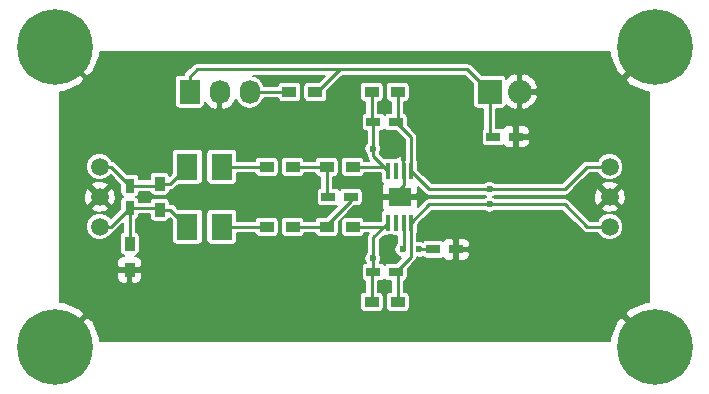
<source format=gbr>
G04 #@! TF.FileFunction,Copper,L1,Top,Signal*
%FSLAX46Y46*%
G04 Gerber Fmt 4.6, Leading zero omitted, Abs format (unit mm)*
G04 Created by KiCad (PCBNEW 4.0.5) date 12/26/17 14:51:36*
%MOMM*%
%LPD*%
G01*
G04 APERTURE LIST*
%ADD10C,0.100000*%
%ADD11R,0.750000X1.200000*%
%ADD12R,1.800000X2.230000*%
%ADD13R,1.200000X0.750000*%
%ADD14R,2.032000X2.032000*%
%ADD15O,2.032000X2.032000*%
%ADD16R,1.727200X2.032000*%
%ADD17O,1.727200X2.032000*%
%ADD18R,0.900000X1.200000*%
%ADD19R,1.200000X0.900000*%
%ADD20R,0.431800X1.422400*%
%ADD21R,1.879600X1.574800*%
%ADD22C,6.400000*%
%ADD23C,1.500000*%
%ADD24C,0.600000*%
%ADD25C,0.250000*%
%ADD26C,0.200000*%
G04 APERTURE END LIST*
D10*
D11*
X143510000Y-75250000D03*
X143510000Y-77150000D03*
D12*
X148400000Y-73660000D03*
X151320000Y-73660000D03*
X148400000Y-78740000D03*
X151320000Y-78740000D03*
D13*
X160340000Y-76200000D03*
X162240000Y-76200000D03*
X166050000Y-69850000D03*
X164150000Y-69850000D03*
X166050000Y-82550000D03*
X164150000Y-82550000D03*
X176210000Y-71120000D03*
X174310000Y-71120000D03*
X169230000Y-80645000D03*
X171130000Y-80645000D03*
D14*
X173990000Y-67310000D03*
D15*
X176530000Y-67310000D03*
D16*
X148590000Y-67310000D03*
D17*
X151130000Y-67310000D03*
X153670000Y-67310000D03*
D18*
X146050000Y-77300000D03*
X146050000Y-75100000D03*
X143510000Y-82380000D03*
X143510000Y-80180000D03*
D19*
X157310000Y-73660000D03*
X155110000Y-73660000D03*
X157310000Y-78740000D03*
X155110000Y-78740000D03*
X162390000Y-73660000D03*
X160190000Y-73660000D03*
X162390000Y-78740000D03*
X160190000Y-78740000D03*
X166200000Y-67310000D03*
X164000000Y-67310000D03*
X166200000Y-85090000D03*
X164000000Y-85090000D03*
X157015000Y-67310000D03*
X159215000Y-67310000D03*
D20*
X165404800Y-78384400D03*
X166039800Y-78384400D03*
X166700200Y-78384400D03*
X167335200Y-78384400D03*
X167335200Y-74015600D03*
X166700200Y-74015600D03*
X166039800Y-74015600D03*
X165404800Y-74015600D03*
D21*
X166370000Y-76200000D03*
D22*
X137160000Y-63500000D03*
X187960000Y-63500000D03*
X137160000Y-88900000D03*
X187960000Y-88900000D03*
D23*
X140970000Y-73660000D03*
X140970000Y-76200000D03*
X140970000Y-78740000D03*
X184150000Y-73660000D03*
X184150000Y-76200000D03*
X184150000Y-78740000D03*
D24*
X173990000Y-75565000D03*
X165608000Y-79629000D03*
X168656000Y-78994000D03*
X140335000Y-66675000D03*
X140335000Y-85725000D03*
X184912000Y-85852000D03*
X184912000Y-66675000D03*
X164084000Y-81407000D03*
X164084000Y-72136000D03*
X173990000Y-76835000D03*
X168021000Y-80645000D03*
X166624000Y-80645000D03*
D25*
X146050000Y-75100000D02*
X146960000Y-75100000D01*
X146960000Y-75100000D02*
X148400000Y-73660000D01*
X143510000Y-75250000D02*
X145900000Y-75250000D01*
X145900000Y-75250000D02*
X146050000Y-75100000D01*
X140970000Y-73660000D02*
X141920000Y-73660000D01*
X141920000Y-73660000D02*
X143510000Y-75250000D01*
X143510000Y-80180000D02*
X143510000Y-77150000D01*
X146050000Y-77300000D02*
X146960000Y-77300000D01*
X146960000Y-77300000D02*
X148400000Y-78740000D01*
X143510000Y-77150000D02*
X145900000Y-77150000D01*
X145900000Y-77150000D02*
X146050000Y-77300000D01*
X140970000Y-78740000D02*
X141920000Y-78740000D01*
X141920000Y-78740000D02*
X143510000Y-77150000D01*
X151320000Y-73660000D02*
X155110000Y-73660000D01*
X151320000Y-78740000D02*
X155110000Y-78740000D01*
X160190000Y-73660000D02*
X160190000Y-76050000D01*
X160190000Y-76050000D02*
X160340000Y-76200000D01*
X157310000Y-73660000D02*
X160190000Y-73660000D01*
X184150000Y-73660000D02*
X182245000Y-73660000D01*
X168884600Y-75565000D02*
X167335200Y-74015600D01*
X180340000Y-75565000D02*
X173990000Y-75565000D01*
X173990000Y-75565000D02*
X168884600Y-75565000D01*
X182245000Y-73660000D02*
X180340000Y-75565000D01*
X167335200Y-74015600D02*
X167335200Y-71135200D01*
X167335200Y-71135200D02*
X166050000Y-69850000D01*
X166200000Y-67310000D02*
X166200000Y-69700000D01*
X166200000Y-69700000D02*
X166050000Y-69850000D01*
X171130000Y-80645000D02*
X171130000Y-79060000D01*
X171064000Y-78994000D02*
X168656000Y-78994000D01*
X171130000Y-79060000D02*
X171064000Y-78994000D01*
X137160000Y-88900000D02*
X140335000Y-85725000D01*
X187960000Y-63500000D02*
X187960000Y-63627000D01*
X187960000Y-63627000D02*
X184912000Y-66675000D01*
X166370000Y-76200000D02*
X166370000Y-75565000D01*
X166370000Y-75565000D02*
X166700200Y-75234800D01*
X166700200Y-75234800D02*
X166700200Y-74015600D01*
X164084000Y-81407000D02*
X164150000Y-81407000D01*
X164000000Y-85090000D02*
X164000000Y-82700000D01*
X164000000Y-82700000D02*
X164150000Y-82550000D01*
X164150000Y-82550000D02*
X164150000Y-81407000D01*
X164150000Y-81407000D02*
X164150000Y-79639200D01*
X164150000Y-79639200D02*
X165404800Y-78384400D01*
X162390000Y-78740000D02*
X165049200Y-78740000D01*
X165049200Y-78740000D02*
X165404800Y-78384400D01*
X162240000Y-76200000D02*
X162240000Y-76520000D01*
X162240000Y-76520000D02*
X160190000Y-78570000D01*
X160190000Y-78570000D02*
X160190000Y-78740000D01*
X157310000Y-78740000D02*
X160190000Y-78740000D01*
X164084000Y-72136000D02*
X164150000Y-72136000D01*
X162390000Y-73660000D02*
X165049200Y-73660000D01*
X165049200Y-73660000D02*
X165404800Y-74015600D01*
X164150000Y-69850000D02*
X164150000Y-72136000D01*
X164150000Y-72136000D02*
X164150000Y-72760800D01*
X164150000Y-72760800D02*
X165404800Y-74015600D01*
X164000000Y-67310000D02*
X164000000Y-69700000D01*
X164000000Y-69700000D02*
X164150000Y-69850000D01*
X184150000Y-78740000D02*
X182245000Y-78740000D01*
X168884600Y-76835000D02*
X167335200Y-78384400D01*
X180340000Y-76835000D02*
X173990000Y-76835000D01*
X173990000Y-76835000D02*
X168884600Y-76835000D01*
X182245000Y-78740000D02*
X180340000Y-76835000D01*
X167335200Y-78384400D02*
X167335200Y-81264800D01*
X167335200Y-81264800D02*
X166050000Y-82550000D01*
X166200000Y-85090000D02*
X166200000Y-82700000D01*
X166200000Y-82700000D02*
X166050000Y-82550000D01*
X148590000Y-67310000D02*
X148590000Y-66040000D01*
X149225000Y-65405000D02*
X161290000Y-65405000D01*
X148590000Y-66040000D02*
X149225000Y-65405000D01*
X159215000Y-67310000D02*
X159385000Y-67310000D01*
X159385000Y-67310000D02*
X161290000Y-65405000D01*
X161290000Y-65405000D02*
X172085000Y-65405000D01*
X172085000Y-65405000D02*
X173990000Y-67310000D01*
X173990000Y-67310000D02*
X173990000Y-70800000D01*
X173990000Y-70800000D02*
X174310000Y-71120000D01*
X169230000Y-80645000D02*
X168021000Y-80645000D01*
X166700200Y-80568800D02*
X166700200Y-78384400D01*
X166624000Y-80645000D02*
X166700200Y-80568800D01*
X153670000Y-67310000D02*
X157015000Y-67310000D01*
D26*
G36*
X184159589Y-64253796D02*
X184737344Y-65650771D01*
X184739689Y-65654282D01*
X185222490Y-66025378D01*
X186132223Y-65115645D01*
X186344355Y-65327777D01*
X185434622Y-66237510D01*
X185805718Y-66720311D01*
X187202062Y-67299587D01*
X187485000Y-67299741D01*
X187485000Y-85099741D01*
X187206204Y-85099589D01*
X185809229Y-85677344D01*
X185805718Y-85679689D01*
X185434622Y-86162490D01*
X186344355Y-87072223D01*
X186132223Y-87284355D01*
X185222490Y-86374622D01*
X184739689Y-86745718D01*
X184160413Y-88142062D01*
X184160259Y-88425000D01*
X140960259Y-88425000D01*
X140960411Y-88146204D01*
X140382656Y-86749229D01*
X140380311Y-86745718D01*
X139897510Y-86374622D01*
X138987777Y-87284355D01*
X138775645Y-87072223D01*
X139685378Y-86162490D01*
X139314282Y-85679689D01*
X137917938Y-85100413D01*
X137635000Y-85100259D01*
X137635000Y-82680000D01*
X142460000Y-82680000D01*
X142460000Y-83099347D01*
X142551344Y-83319872D01*
X142720127Y-83488655D01*
X142940652Y-83580000D01*
X143210000Y-83580000D01*
X143360000Y-83430000D01*
X143360000Y-82530000D01*
X143660000Y-82530000D01*
X143660000Y-83430000D01*
X143810000Y-83580000D01*
X144079348Y-83580000D01*
X144299873Y-83488655D01*
X144468656Y-83319872D01*
X144560000Y-83099347D01*
X144560000Y-82680000D01*
X144410000Y-82530000D01*
X143660000Y-82530000D01*
X143360000Y-82530000D01*
X142610000Y-82530000D01*
X142460000Y-82680000D01*
X137635000Y-82680000D01*
X137635000Y-77166785D01*
X140215347Y-77166785D01*
X140287116Y-77395105D01*
X140796444Y-77565462D01*
X141332196Y-77527939D01*
X141652884Y-77395105D01*
X141724653Y-77166785D01*
X140970000Y-76412132D01*
X140215347Y-77166785D01*
X137635000Y-77166785D01*
X137635000Y-76026444D01*
X139604538Y-76026444D01*
X139642061Y-76562196D01*
X139774895Y-76882884D01*
X140003215Y-76954653D01*
X140757868Y-76200000D01*
X141182132Y-76200000D01*
X141936785Y-76954653D01*
X142165105Y-76882884D01*
X142335462Y-76373556D01*
X142297939Y-75837804D01*
X142165105Y-75517116D01*
X141936785Y-75445347D01*
X141182132Y-76200000D01*
X140757868Y-76200000D01*
X140003215Y-75445347D01*
X139774895Y-75517116D01*
X139604538Y-76026444D01*
X137635000Y-76026444D01*
X137635000Y-75233215D01*
X140215347Y-75233215D01*
X140970000Y-75987868D01*
X141724653Y-75233215D01*
X141652884Y-75004895D01*
X141143556Y-74834538D01*
X140607804Y-74872061D01*
X140287116Y-75004895D01*
X140215347Y-75233215D01*
X137635000Y-75233215D01*
X137635000Y-73887746D01*
X139819801Y-73887746D01*
X139994509Y-74310572D01*
X140317727Y-74634354D01*
X140740247Y-74809800D01*
X141197746Y-74810199D01*
X141620572Y-74635491D01*
X141887033Y-74369495D01*
X142727164Y-75209626D01*
X142727164Y-75850000D01*
X142755056Y-75998231D01*
X142842660Y-76134372D01*
X142939449Y-76200505D01*
X142850628Y-76257660D01*
X142759296Y-76391329D01*
X142727164Y-76550000D01*
X142727164Y-77190374D01*
X141886852Y-78030686D01*
X141622273Y-77765646D01*
X141199753Y-77590200D01*
X140742254Y-77589801D01*
X140319428Y-77764509D01*
X139995646Y-78087727D01*
X139820200Y-78510247D01*
X139819801Y-78967746D01*
X139994509Y-79390572D01*
X140317727Y-79714354D01*
X140740247Y-79889800D01*
X141197746Y-79890199D01*
X141620572Y-79715491D01*
X141944354Y-79392273D01*
X142004153Y-79248261D01*
X142120909Y-79225037D01*
X142291231Y-79111231D01*
X142985000Y-78417462D01*
X142985000Y-79186276D01*
X142911769Y-79200056D01*
X142775628Y-79287660D01*
X142684296Y-79421329D01*
X142652164Y-79580000D01*
X142652164Y-80780000D01*
X142680056Y-80928231D01*
X142767660Y-81064372D01*
X142901329Y-81155704D01*
X143021305Y-81180000D01*
X142940652Y-81180000D01*
X142720127Y-81271345D01*
X142551344Y-81440128D01*
X142460000Y-81660653D01*
X142460000Y-82080000D01*
X142610000Y-82230000D01*
X143360000Y-82230000D01*
X143360000Y-82210000D01*
X143660000Y-82210000D01*
X143660000Y-82230000D01*
X144410000Y-82230000D01*
X144560000Y-82080000D01*
X144560000Y-81660653D01*
X144468656Y-81440128D01*
X144299873Y-81271345D01*
X144079348Y-81180000D01*
X144001644Y-81180000D01*
X144108231Y-81159944D01*
X144244372Y-81072340D01*
X144335704Y-80938671D01*
X144367836Y-80780000D01*
X144367836Y-79580000D01*
X144339944Y-79431769D01*
X144252340Y-79295628D01*
X144118671Y-79204296D01*
X144035000Y-79187352D01*
X144035000Y-78128806D01*
X144169372Y-78042340D01*
X144260704Y-77908671D01*
X144292836Y-77750000D01*
X144292836Y-77675000D01*
X145192164Y-77675000D01*
X145192164Y-77900000D01*
X145220056Y-78048231D01*
X145307660Y-78184372D01*
X145441329Y-78275704D01*
X145600000Y-78307836D01*
X146500000Y-78307836D01*
X146648231Y-78279944D01*
X146784372Y-78192340D01*
X146875704Y-78058671D01*
X146892629Y-77975091D01*
X147092164Y-78174626D01*
X147092164Y-79855000D01*
X147120056Y-80003231D01*
X147207660Y-80139372D01*
X147341329Y-80230704D01*
X147500000Y-80262836D01*
X149300000Y-80262836D01*
X149448231Y-80234944D01*
X149584372Y-80147340D01*
X149675704Y-80013671D01*
X149707836Y-79855000D01*
X149707836Y-77625000D01*
X150012164Y-77625000D01*
X150012164Y-79855000D01*
X150040056Y-80003231D01*
X150127660Y-80139372D01*
X150261329Y-80230704D01*
X150420000Y-80262836D01*
X152220000Y-80262836D01*
X152368231Y-80234944D01*
X152504372Y-80147340D01*
X152595704Y-80013671D01*
X152627836Y-79855000D01*
X152627836Y-79265000D01*
X154116276Y-79265000D01*
X154130056Y-79338231D01*
X154217660Y-79474372D01*
X154351329Y-79565704D01*
X154510000Y-79597836D01*
X155710000Y-79597836D01*
X155858231Y-79569944D01*
X155994372Y-79482340D01*
X156085704Y-79348671D01*
X156117836Y-79190000D01*
X156117836Y-78290000D01*
X156089944Y-78141769D01*
X156002340Y-78005628D01*
X155868671Y-77914296D01*
X155710000Y-77882164D01*
X154510000Y-77882164D01*
X154361769Y-77910056D01*
X154225628Y-77997660D01*
X154134296Y-78131329D01*
X154117352Y-78215000D01*
X152627836Y-78215000D01*
X152627836Y-77625000D01*
X152599944Y-77476769D01*
X152512340Y-77340628D01*
X152378671Y-77249296D01*
X152220000Y-77217164D01*
X150420000Y-77217164D01*
X150271769Y-77245056D01*
X150135628Y-77332660D01*
X150044296Y-77466329D01*
X150012164Y-77625000D01*
X149707836Y-77625000D01*
X149679944Y-77476769D01*
X149592340Y-77340628D01*
X149458671Y-77249296D01*
X149300000Y-77217164D01*
X147619626Y-77217164D01*
X147331231Y-76928769D01*
X147160909Y-76814963D01*
X146960000Y-76775000D01*
X146907836Y-76775000D01*
X146907836Y-76700000D01*
X146879944Y-76551769D01*
X146792340Y-76415628D01*
X146658671Y-76324296D01*
X146500000Y-76292164D01*
X145600000Y-76292164D01*
X145451769Y-76320056D01*
X145315628Y-76407660D01*
X145224296Y-76541329D01*
X145207352Y-76625000D01*
X144292836Y-76625000D01*
X144292836Y-76550000D01*
X144264944Y-76401769D01*
X144177340Y-76265628D01*
X144080551Y-76199495D01*
X144169372Y-76142340D01*
X144260704Y-76008671D01*
X144292836Y-75850000D01*
X144292836Y-75775000D01*
X145206276Y-75775000D01*
X145220056Y-75848231D01*
X145307660Y-75984372D01*
X145441329Y-76075704D01*
X145600000Y-76107836D01*
X146500000Y-76107836D01*
X146648231Y-76079944D01*
X146784372Y-75992340D01*
X146875704Y-75858671D01*
X146907836Y-75700000D01*
X146907836Y-75625000D01*
X146960000Y-75625000D01*
X147160909Y-75585037D01*
X147331231Y-75471231D01*
X147619626Y-75182836D01*
X149300000Y-75182836D01*
X149448231Y-75154944D01*
X149584372Y-75067340D01*
X149675704Y-74933671D01*
X149707836Y-74775000D01*
X149707836Y-72545000D01*
X150012164Y-72545000D01*
X150012164Y-74775000D01*
X150040056Y-74923231D01*
X150127660Y-75059372D01*
X150261329Y-75150704D01*
X150420000Y-75182836D01*
X152220000Y-75182836D01*
X152368231Y-75154944D01*
X152504372Y-75067340D01*
X152595704Y-74933671D01*
X152627836Y-74775000D01*
X152627836Y-74185000D01*
X154116276Y-74185000D01*
X154130056Y-74258231D01*
X154217660Y-74394372D01*
X154351329Y-74485704D01*
X154510000Y-74517836D01*
X155710000Y-74517836D01*
X155858231Y-74489944D01*
X155994372Y-74402340D01*
X156085704Y-74268671D01*
X156117836Y-74110000D01*
X156117836Y-73210000D01*
X156302164Y-73210000D01*
X156302164Y-74110000D01*
X156330056Y-74258231D01*
X156417660Y-74394372D01*
X156551329Y-74485704D01*
X156710000Y-74517836D01*
X157910000Y-74517836D01*
X158058231Y-74489944D01*
X158194372Y-74402340D01*
X158285704Y-74268671D01*
X158302648Y-74185000D01*
X159196276Y-74185000D01*
X159210056Y-74258231D01*
X159297660Y-74394372D01*
X159431329Y-74485704D01*
X159590000Y-74517836D01*
X159665000Y-74517836D01*
X159665000Y-75431276D01*
X159591769Y-75445056D01*
X159455628Y-75532660D01*
X159364296Y-75666329D01*
X159332164Y-75825000D01*
X159332164Y-76575000D01*
X159360056Y-76723231D01*
X159447660Y-76859372D01*
X159581329Y-76950704D01*
X159740000Y-76982836D01*
X160940000Y-76982836D01*
X161056652Y-76960886D01*
X160135374Y-77882164D01*
X159590000Y-77882164D01*
X159441769Y-77910056D01*
X159305628Y-77997660D01*
X159214296Y-78131329D01*
X159197352Y-78215000D01*
X158303724Y-78215000D01*
X158289944Y-78141769D01*
X158202340Y-78005628D01*
X158068671Y-77914296D01*
X157910000Y-77882164D01*
X156710000Y-77882164D01*
X156561769Y-77910056D01*
X156425628Y-77997660D01*
X156334296Y-78131329D01*
X156302164Y-78290000D01*
X156302164Y-79190000D01*
X156330056Y-79338231D01*
X156417660Y-79474372D01*
X156551329Y-79565704D01*
X156710000Y-79597836D01*
X157910000Y-79597836D01*
X158058231Y-79569944D01*
X158194372Y-79482340D01*
X158285704Y-79348671D01*
X158302648Y-79265000D01*
X159196276Y-79265000D01*
X159210056Y-79338231D01*
X159297660Y-79474372D01*
X159431329Y-79565704D01*
X159590000Y-79597836D01*
X160790000Y-79597836D01*
X160938231Y-79569944D01*
X161074372Y-79482340D01*
X161165704Y-79348671D01*
X161197836Y-79190000D01*
X161197836Y-78304626D01*
X162519626Y-76982836D01*
X162840000Y-76982836D01*
X162988231Y-76954944D01*
X163124372Y-76867340D01*
X163215704Y-76733671D01*
X163247836Y-76575000D01*
X163247836Y-75825000D01*
X163219944Y-75676769D01*
X163132340Y-75540628D01*
X162998671Y-75449296D01*
X162840000Y-75417164D01*
X161640000Y-75417164D01*
X161491769Y-75445056D01*
X161355628Y-75532660D01*
X161289495Y-75629449D01*
X161232340Y-75540628D01*
X161098671Y-75449296D01*
X160940000Y-75417164D01*
X160715000Y-75417164D01*
X160715000Y-74517836D01*
X160790000Y-74517836D01*
X160938231Y-74489944D01*
X161074372Y-74402340D01*
X161165704Y-74268671D01*
X161197836Y-74110000D01*
X161197836Y-73210000D01*
X161382164Y-73210000D01*
X161382164Y-74110000D01*
X161410056Y-74258231D01*
X161497660Y-74394372D01*
X161631329Y-74485704D01*
X161790000Y-74517836D01*
X162990000Y-74517836D01*
X163138231Y-74489944D01*
X163274372Y-74402340D01*
X163365704Y-74268671D01*
X163382648Y-74185000D01*
X164781064Y-74185000D01*
X164781064Y-74726800D01*
X164808956Y-74875031D01*
X164896560Y-75011172D01*
X164947972Y-75046300D01*
X164921544Y-75072728D01*
X164830200Y-75293253D01*
X164830200Y-75900000D01*
X164980200Y-76050000D01*
X166220000Y-76050000D01*
X166220000Y-76030000D01*
X166520000Y-76030000D01*
X166520000Y-76050000D01*
X167759800Y-76050000D01*
X167909800Y-75900000D01*
X167909800Y-75332662D01*
X168513369Y-75936231D01*
X168683691Y-76050037D01*
X168884600Y-76090000D01*
X173524998Y-76090000D01*
X173592964Y-76158085D01*
X173693837Y-76199971D01*
X173594000Y-76241223D01*
X173525103Y-76310000D01*
X168884600Y-76310000D01*
X168683691Y-76349963D01*
X168513369Y-76463769D01*
X167909800Y-77067338D01*
X167909800Y-76500000D01*
X167759800Y-76350000D01*
X166520000Y-76350000D01*
X166520000Y-76370000D01*
X166220000Y-76370000D01*
X166220000Y-76350000D01*
X164980200Y-76350000D01*
X164830200Y-76500000D01*
X164830200Y-77106747D01*
X164921544Y-77327272D01*
X164947488Y-77353216D01*
X164904528Y-77380860D01*
X164813196Y-77514529D01*
X164781064Y-77673200D01*
X164781064Y-78215000D01*
X163383724Y-78215000D01*
X163369944Y-78141769D01*
X163282340Y-78005628D01*
X163148671Y-77914296D01*
X162990000Y-77882164D01*
X161790000Y-77882164D01*
X161641769Y-77910056D01*
X161505628Y-77997660D01*
X161414296Y-78131329D01*
X161382164Y-78290000D01*
X161382164Y-79190000D01*
X161410056Y-79338231D01*
X161497660Y-79474372D01*
X161631329Y-79565704D01*
X161790000Y-79597836D01*
X162990000Y-79597836D01*
X163138231Y-79569944D01*
X163274372Y-79482340D01*
X163365704Y-79348671D01*
X163382648Y-79265000D01*
X163781738Y-79265000D01*
X163778769Y-79267969D01*
X163664963Y-79438291D01*
X163625000Y-79639200D01*
X163625000Y-80876113D01*
X163490915Y-81009964D01*
X163384122Y-81267150D01*
X163383879Y-81545628D01*
X163480796Y-81780186D01*
X163401769Y-81795056D01*
X163265628Y-81882660D01*
X163174296Y-82016329D01*
X163142164Y-82175000D01*
X163142164Y-82925000D01*
X163170056Y-83073231D01*
X163257660Y-83209372D01*
X163391329Y-83300704D01*
X163475000Y-83317648D01*
X163475000Y-84232164D01*
X163400000Y-84232164D01*
X163251769Y-84260056D01*
X163115628Y-84347660D01*
X163024296Y-84481329D01*
X162992164Y-84640000D01*
X162992164Y-85540000D01*
X163020056Y-85688231D01*
X163107660Y-85824372D01*
X163241329Y-85915704D01*
X163400000Y-85947836D01*
X164600000Y-85947836D01*
X164748231Y-85919944D01*
X164884372Y-85832340D01*
X164975704Y-85698671D01*
X165007836Y-85540000D01*
X165007836Y-84640000D01*
X164979944Y-84491769D01*
X164892340Y-84355628D01*
X164758671Y-84264296D01*
X164600000Y-84232164D01*
X164525000Y-84232164D01*
X164525000Y-83332836D01*
X164750000Y-83332836D01*
X164898231Y-83304944D01*
X165034372Y-83217340D01*
X165100505Y-83120551D01*
X165157660Y-83209372D01*
X165291329Y-83300704D01*
X165450000Y-83332836D01*
X165675000Y-83332836D01*
X165675000Y-84232164D01*
X165600000Y-84232164D01*
X165451769Y-84260056D01*
X165315628Y-84347660D01*
X165224296Y-84481329D01*
X165192164Y-84640000D01*
X165192164Y-85540000D01*
X165220056Y-85688231D01*
X165307660Y-85824372D01*
X165441329Y-85915704D01*
X165600000Y-85947836D01*
X166800000Y-85947836D01*
X166948231Y-85919944D01*
X167084372Y-85832340D01*
X167175704Y-85698671D01*
X167207836Y-85540000D01*
X167207836Y-84640000D01*
X167179944Y-84491769D01*
X167092340Y-84355628D01*
X166958671Y-84264296D01*
X166800000Y-84232164D01*
X166725000Y-84232164D01*
X166725000Y-83318724D01*
X166798231Y-83304944D01*
X166934372Y-83217340D01*
X167025704Y-83083671D01*
X167057836Y-82925000D01*
X167057836Y-82284626D01*
X167706431Y-81636031D01*
X167820237Y-81465709D01*
X167847085Y-81330733D01*
X167881150Y-81344878D01*
X168159628Y-81345121D01*
X168320981Y-81278451D01*
X168337660Y-81304372D01*
X168471329Y-81395704D01*
X168630000Y-81427836D01*
X169830000Y-81427836D01*
X169978231Y-81399944D01*
X170028846Y-81367374D01*
X170190128Y-81528656D01*
X170410653Y-81620000D01*
X170830000Y-81620000D01*
X170980000Y-81470000D01*
X170980000Y-80795000D01*
X171280000Y-80795000D01*
X171280000Y-81470000D01*
X171430000Y-81620000D01*
X171849347Y-81620000D01*
X172069872Y-81528656D01*
X172238655Y-81359873D01*
X172330000Y-81139348D01*
X172330000Y-80945000D01*
X172180000Y-80795000D01*
X171280000Y-80795000D01*
X170980000Y-80795000D01*
X170960000Y-80795000D01*
X170960000Y-80495000D01*
X170980000Y-80495000D01*
X170980000Y-79820000D01*
X171280000Y-79820000D01*
X171280000Y-80495000D01*
X172180000Y-80495000D01*
X172330000Y-80345000D01*
X172330000Y-80150652D01*
X172238655Y-79930127D01*
X172069872Y-79761344D01*
X171849347Y-79670000D01*
X171430000Y-79670000D01*
X171280000Y-79820000D01*
X170980000Y-79820000D01*
X170830000Y-79670000D01*
X170410653Y-79670000D01*
X170190128Y-79761344D01*
X170029369Y-79922103D01*
X169988671Y-79894296D01*
X169830000Y-79862164D01*
X168630000Y-79862164D01*
X168481769Y-79890056D01*
X168345628Y-79977660D01*
X168322108Y-80012082D01*
X168160850Y-79945122D01*
X167882372Y-79944879D01*
X167860200Y-79954040D01*
X167860200Y-79351749D01*
X167926804Y-79254271D01*
X167958936Y-79095600D01*
X167958936Y-78503126D01*
X169102062Y-77360000D01*
X173524998Y-77360000D01*
X173592964Y-77428085D01*
X173850150Y-77534878D01*
X174128628Y-77535121D01*
X174386000Y-77428777D01*
X174454897Y-77360000D01*
X180122538Y-77360000D01*
X181873769Y-79111231D01*
X182044091Y-79225037D01*
X182245000Y-79265000D01*
X183122624Y-79265000D01*
X183174509Y-79390572D01*
X183497727Y-79714354D01*
X183920247Y-79889800D01*
X184377746Y-79890199D01*
X184800572Y-79715491D01*
X185124354Y-79392273D01*
X185299800Y-78969753D01*
X185300199Y-78512254D01*
X185125491Y-78089428D01*
X184802273Y-77765646D01*
X184379753Y-77590200D01*
X183922254Y-77589801D01*
X183499428Y-77764509D01*
X183175646Y-78087727D01*
X183122798Y-78215000D01*
X182462462Y-78215000D01*
X181414247Y-77166785D01*
X183395347Y-77166785D01*
X183467116Y-77395105D01*
X183976444Y-77565462D01*
X184512196Y-77527939D01*
X184832884Y-77395105D01*
X184904653Y-77166785D01*
X184150000Y-76412132D01*
X183395347Y-77166785D01*
X181414247Y-77166785D01*
X180711231Y-76463769D01*
X180540909Y-76349963D01*
X180340000Y-76310000D01*
X174455002Y-76310000D01*
X174387036Y-76241915D01*
X174286163Y-76200029D01*
X174386000Y-76158777D01*
X174454897Y-76090000D01*
X180340000Y-76090000D01*
X180540909Y-76050037D01*
X180576218Y-76026444D01*
X182784538Y-76026444D01*
X182822061Y-76562196D01*
X182954895Y-76882884D01*
X183183215Y-76954653D01*
X183937868Y-76200000D01*
X184362132Y-76200000D01*
X185116785Y-76954653D01*
X185345105Y-76882884D01*
X185515462Y-76373556D01*
X185477939Y-75837804D01*
X185345105Y-75517116D01*
X185116785Y-75445347D01*
X184362132Y-76200000D01*
X183937868Y-76200000D01*
X183183215Y-75445347D01*
X182954895Y-75517116D01*
X182784538Y-76026444D01*
X180576218Y-76026444D01*
X180711231Y-75936231D01*
X181414247Y-75233215D01*
X183395347Y-75233215D01*
X184150000Y-75987868D01*
X184904653Y-75233215D01*
X184832884Y-75004895D01*
X184323556Y-74834538D01*
X183787804Y-74872061D01*
X183467116Y-75004895D01*
X183395347Y-75233215D01*
X181414247Y-75233215D01*
X182462462Y-74185000D01*
X183122624Y-74185000D01*
X183174509Y-74310572D01*
X183497727Y-74634354D01*
X183920247Y-74809800D01*
X184377746Y-74810199D01*
X184800572Y-74635491D01*
X185124354Y-74312273D01*
X185299800Y-73889753D01*
X185300199Y-73432254D01*
X185125491Y-73009428D01*
X184802273Y-72685646D01*
X184379753Y-72510200D01*
X183922254Y-72509801D01*
X183499428Y-72684509D01*
X183175646Y-73007727D01*
X183122798Y-73135000D01*
X182245000Y-73135000D01*
X182044091Y-73174963D01*
X181873769Y-73288769D01*
X180122538Y-75040000D01*
X174455002Y-75040000D01*
X174387036Y-74971915D01*
X174129850Y-74865122D01*
X173851372Y-74864879D01*
X173594000Y-74971223D01*
X173525103Y-75040000D01*
X169102062Y-75040000D01*
X167958936Y-73896874D01*
X167958936Y-73304400D01*
X167931044Y-73156169D01*
X167860200Y-73046074D01*
X167860200Y-71135200D01*
X167820237Y-70934291D01*
X167706431Y-70763969D01*
X167057836Y-70115374D01*
X167057836Y-69475000D01*
X167029944Y-69326769D01*
X166942340Y-69190628D01*
X166808671Y-69099296D01*
X166725000Y-69082352D01*
X166725000Y-68167836D01*
X166800000Y-68167836D01*
X166948231Y-68139944D01*
X167084372Y-68052340D01*
X167175704Y-67918671D01*
X167207836Y-67760000D01*
X167207836Y-66860000D01*
X167179944Y-66711769D01*
X167092340Y-66575628D01*
X166958671Y-66484296D01*
X166800000Y-66452164D01*
X165600000Y-66452164D01*
X165451769Y-66480056D01*
X165315628Y-66567660D01*
X165224296Y-66701329D01*
X165192164Y-66860000D01*
X165192164Y-67760000D01*
X165220056Y-67908231D01*
X165307660Y-68044372D01*
X165441329Y-68135704D01*
X165600000Y-68167836D01*
X165675000Y-68167836D01*
X165675000Y-69067164D01*
X165450000Y-69067164D01*
X165301769Y-69095056D01*
X165165628Y-69182660D01*
X165099495Y-69279449D01*
X165042340Y-69190628D01*
X164908671Y-69099296D01*
X164750000Y-69067164D01*
X164525000Y-69067164D01*
X164525000Y-68167836D01*
X164600000Y-68167836D01*
X164748231Y-68139944D01*
X164884372Y-68052340D01*
X164975704Y-67918671D01*
X165007836Y-67760000D01*
X165007836Y-66860000D01*
X164979944Y-66711769D01*
X164892340Y-66575628D01*
X164758671Y-66484296D01*
X164600000Y-66452164D01*
X163400000Y-66452164D01*
X163251769Y-66480056D01*
X163115628Y-66567660D01*
X163024296Y-66701329D01*
X162992164Y-66860000D01*
X162992164Y-67760000D01*
X163020056Y-67908231D01*
X163107660Y-68044372D01*
X163241329Y-68135704D01*
X163400000Y-68167836D01*
X163475000Y-68167836D01*
X163475000Y-69081276D01*
X163401769Y-69095056D01*
X163265628Y-69182660D01*
X163174296Y-69316329D01*
X163142164Y-69475000D01*
X163142164Y-70225000D01*
X163170056Y-70373231D01*
X163257660Y-70509372D01*
X163391329Y-70600704D01*
X163550000Y-70632836D01*
X163625000Y-70632836D01*
X163625000Y-71605113D01*
X163490915Y-71738964D01*
X163384122Y-71996150D01*
X163383879Y-72274628D01*
X163490223Y-72532000D01*
X163625000Y-72667013D01*
X163625000Y-72760800D01*
X163664963Y-72961709D01*
X163778769Y-73132031D01*
X163781738Y-73135000D01*
X163383724Y-73135000D01*
X163369944Y-73061769D01*
X163282340Y-72925628D01*
X163148671Y-72834296D01*
X162990000Y-72802164D01*
X161790000Y-72802164D01*
X161641769Y-72830056D01*
X161505628Y-72917660D01*
X161414296Y-73051329D01*
X161382164Y-73210000D01*
X161197836Y-73210000D01*
X161169944Y-73061769D01*
X161082340Y-72925628D01*
X160948671Y-72834296D01*
X160790000Y-72802164D01*
X159590000Y-72802164D01*
X159441769Y-72830056D01*
X159305628Y-72917660D01*
X159214296Y-73051329D01*
X159197352Y-73135000D01*
X158303724Y-73135000D01*
X158289944Y-73061769D01*
X158202340Y-72925628D01*
X158068671Y-72834296D01*
X157910000Y-72802164D01*
X156710000Y-72802164D01*
X156561769Y-72830056D01*
X156425628Y-72917660D01*
X156334296Y-73051329D01*
X156302164Y-73210000D01*
X156117836Y-73210000D01*
X156089944Y-73061769D01*
X156002340Y-72925628D01*
X155868671Y-72834296D01*
X155710000Y-72802164D01*
X154510000Y-72802164D01*
X154361769Y-72830056D01*
X154225628Y-72917660D01*
X154134296Y-73051329D01*
X154117352Y-73135000D01*
X152627836Y-73135000D01*
X152627836Y-72545000D01*
X152599944Y-72396769D01*
X152512340Y-72260628D01*
X152378671Y-72169296D01*
X152220000Y-72137164D01*
X150420000Y-72137164D01*
X150271769Y-72165056D01*
X150135628Y-72252660D01*
X150044296Y-72386329D01*
X150012164Y-72545000D01*
X149707836Y-72545000D01*
X149679944Y-72396769D01*
X149592340Y-72260628D01*
X149458671Y-72169296D01*
X149300000Y-72137164D01*
X147500000Y-72137164D01*
X147351769Y-72165056D01*
X147215628Y-72252660D01*
X147124296Y-72386329D01*
X147092164Y-72545000D01*
X147092164Y-74225374D01*
X146893536Y-74424002D01*
X146879944Y-74351769D01*
X146792340Y-74215628D01*
X146658671Y-74124296D01*
X146500000Y-74092164D01*
X145600000Y-74092164D01*
X145451769Y-74120056D01*
X145315628Y-74207660D01*
X145224296Y-74341329D01*
X145192164Y-74500000D01*
X145192164Y-74725000D01*
X144292836Y-74725000D01*
X144292836Y-74650000D01*
X144264944Y-74501769D01*
X144177340Y-74365628D01*
X144043671Y-74274296D01*
X143885000Y-74242164D01*
X143244626Y-74242164D01*
X142291231Y-73288769D01*
X142120909Y-73174963D01*
X142004305Y-73151769D01*
X141945491Y-73009428D01*
X141622273Y-72685646D01*
X141199753Y-72510200D01*
X140742254Y-72509801D01*
X140319428Y-72684509D01*
X139995646Y-73007727D01*
X139820200Y-73430247D01*
X139819801Y-73887746D01*
X137635000Y-73887746D01*
X137635000Y-67300259D01*
X137913796Y-67300411D01*
X139310771Y-66722656D01*
X139314282Y-66720311D01*
X139641958Y-66294000D01*
X147318564Y-66294000D01*
X147318564Y-68326000D01*
X147346456Y-68474231D01*
X147434060Y-68610372D01*
X147567729Y-68701704D01*
X147726400Y-68733836D01*
X149453600Y-68733836D01*
X149601831Y-68705944D01*
X149737972Y-68618340D01*
X149829304Y-68484671D01*
X149861436Y-68326000D01*
X149861436Y-68172621D01*
X149880716Y-68225147D01*
X150267703Y-68645167D01*
X150754095Y-68876903D01*
X150980000Y-68767408D01*
X150980000Y-67460000D01*
X150960000Y-67460000D01*
X150960000Y-67160000D01*
X150980000Y-67160000D01*
X150980000Y-67140000D01*
X151280000Y-67140000D01*
X151280000Y-67160000D01*
X151300000Y-67160000D01*
X151300000Y-67460000D01*
X151280000Y-67460000D01*
X151280000Y-68767408D01*
X151505905Y-68876903D01*
X151992297Y-68645167D01*
X152379284Y-68225147D01*
X152491689Y-67918915D01*
X152502586Y-67973700D01*
X152776500Y-68383641D01*
X153186441Y-68657555D01*
X153670000Y-68753741D01*
X154153559Y-68657555D01*
X154563500Y-68383641D01*
X154837414Y-67973700D01*
X154865003Y-67835000D01*
X156021276Y-67835000D01*
X156035056Y-67908231D01*
X156122660Y-68044372D01*
X156256329Y-68135704D01*
X156415000Y-68167836D01*
X157615000Y-68167836D01*
X157763231Y-68139944D01*
X157899372Y-68052340D01*
X157990704Y-67918671D01*
X158022836Y-67760000D01*
X158022836Y-66860000D01*
X157994944Y-66711769D01*
X157907340Y-66575628D01*
X157773671Y-66484296D01*
X157615000Y-66452164D01*
X156415000Y-66452164D01*
X156266769Y-66480056D01*
X156130628Y-66567660D01*
X156039296Y-66701329D01*
X156022352Y-66785000D01*
X154865003Y-66785000D01*
X154837414Y-66646300D01*
X154563500Y-66236359D01*
X154153559Y-65962445D01*
X153990447Y-65930000D01*
X160022538Y-65930000D01*
X159500374Y-66452164D01*
X158615000Y-66452164D01*
X158466769Y-66480056D01*
X158330628Y-66567660D01*
X158239296Y-66701329D01*
X158207164Y-66860000D01*
X158207164Y-67760000D01*
X158235056Y-67908231D01*
X158322660Y-68044372D01*
X158456329Y-68135704D01*
X158615000Y-68167836D01*
X159815000Y-68167836D01*
X159963231Y-68139944D01*
X160099372Y-68052340D01*
X160190704Y-67918671D01*
X160222836Y-67760000D01*
X160222836Y-67214626D01*
X161507462Y-65930000D01*
X171867538Y-65930000D01*
X172566164Y-66628626D01*
X172566164Y-68326000D01*
X172594056Y-68474231D01*
X172681660Y-68610372D01*
X172815329Y-68701704D01*
X172974000Y-68733836D01*
X173465000Y-68733836D01*
X173465000Y-70427325D01*
X173425628Y-70452660D01*
X173334296Y-70586329D01*
X173302164Y-70745000D01*
X173302164Y-71495000D01*
X173330056Y-71643231D01*
X173417660Y-71779372D01*
X173551329Y-71870704D01*
X173710000Y-71902836D01*
X174910000Y-71902836D01*
X175058231Y-71874944D01*
X175108846Y-71842374D01*
X175270128Y-72003656D01*
X175490653Y-72095000D01*
X175910000Y-72095000D01*
X176060000Y-71945000D01*
X176060000Y-71270000D01*
X176360000Y-71270000D01*
X176360000Y-71945000D01*
X176510000Y-72095000D01*
X176929347Y-72095000D01*
X177149872Y-72003656D01*
X177318655Y-71834873D01*
X177410000Y-71614348D01*
X177410000Y-71420000D01*
X177260000Y-71270000D01*
X176360000Y-71270000D01*
X176060000Y-71270000D01*
X176040000Y-71270000D01*
X176040000Y-70970000D01*
X176060000Y-70970000D01*
X176060000Y-70295000D01*
X176360000Y-70295000D01*
X176360000Y-70970000D01*
X177260000Y-70970000D01*
X177410000Y-70820000D01*
X177410000Y-70625652D01*
X177318655Y-70405127D01*
X177149872Y-70236344D01*
X176929347Y-70145000D01*
X176510000Y-70145000D01*
X176360000Y-70295000D01*
X176060000Y-70295000D01*
X175910000Y-70145000D01*
X175490653Y-70145000D01*
X175270128Y-70236344D01*
X175109369Y-70397103D01*
X175068671Y-70369296D01*
X174910000Y-70337164D01*
X174515000Y-70337164D01*
X174515000Y-68733836D01*
X175006000Y-68733836D01*
X175154231Y-68705944D01*
X175290372Y-68618340D01*
X175381704Y-68484671D01*
X175394661Y-68420690D01*
X175705586Y-68699904D01*
X176130140Y-68875748D01*
X176380000Y-68768306D01*
X176380000Y-67460000D01*
X176680000Y-67460000D01*
X176680000Y-68768306D01*
X176929860Y-68875748D01*
X177354414Y-68699904D01*
X177823552Y-68278614D01*
X178095759Y-67709862D01*
X177989034Y-67460000D01*
X176680000Y-67460000D01*
X176380000Y-67460000D01*
X176360000Y-67460000D01*
X176360000Y-67160000D01*
X176380000Y-67160000D01*
X176380000Y-65851694D01*
X176680000Y-65851694D01*
X176680000Y-67160000D01*
X177989034Y-67160000D01*
X178095759Y-66910138D01*
X177823552Y-66341386D01*
X177354414Y-65920096D01*
X176929860Y-65744252D01*
X176680000Y-65851694D01*
X176380000Y-65851694D01*
X176130140Y-65744252D01*
X175705586Y-65920096D01*
X175395822Y-66198267D01*
X175385944Y-66145769D01*
X175298340Y-66009628D01*
X175164671Y-65918296D01*
X175006000Y-65886164D01*
X173308626Y-65886164D01*
X172456231Y-65033769D01*
X172285909Y-64919963D01*
X172085000Y-64880000D01*
X149225000Y-64880000D01*
X149024091Y-64919963D01*
X148853769Y-65033769D01*
X148218769Y-65668769D01*
X148104963Y-65839091D01*
X148095600Y-65886164D01*
X147726400Y-65886164D01*
X147578169Y-65914056D01*
X147442028Y-66001660D01*
X147350696Y-66135329D01*
X147318564Y-66294000D01*
X139641958Y-66294000D01*
X139685378Y-66237510D01*
X138775645Y-65327777D01*
X138987777Y-65115645D01*
X139897510Y-66025378D01*
X140380311Y-65654282D01*
X140959587Y-64257938D01*
X140959741Y-63975000D01*
X184159741Y-63975000D01*
X184159589Y-64253796D01*
X184159589Y-64253796D01*
G37*
X184159589Y-64253796D02*
X184737344Y-65650771D01*
X184739689Y-65654282D01*
X185222490Y-66025378D01*
X186132223Y-65115645D01*
X186344355Y-65327777D01*
X185434622Y-66237510D01*
X185805718Y-66720311D01*
X187202062Y-67299587D01*
X187485000Y-67299741D01*
X187485000Y-85099741D01*
X187206204Y-85099589D01*
X185809229Y-85677344D01*
X185805718Y-85679689D01*
X185434622Y-86162490D01*
X186344355Y-87072223D01*
X186132223Y-87284355D01*
X185222490Y-86374622D01*
X184739689Y-86745718D01*
X184160413Y-88142062D01*
X184160259Y-88425000D01*
X140960259Y-88425000D01*
X140960411Y-88146204D01*
X140382656Y-86749229D01*
X140380311Y-86745718D01*
X139897510Y-86374622D01*
X138987777Y-87284355D01*
X138775645Y-87072223D01*
X139685378Y-86162490D01*
X139314282Y-85679689D01*
X137917938Y-85100413D01*
X137635000Y-85100259D01*
X137635000Y-82680000D01*
X142460000Y-82680000D01*
X142460000Y-83099347D01*
X142551344Y-83319872D01*
X142720127Y-83488655D01*
X142940652Y-83580000D01*
X143210000Y-83580000D01*
X143360000Y-83430000D01*
X143360000Y-82530000D01*
X143660000Y-82530000D01*
X143660000Y-83430000D01*
X143810000Y-83580000D01*
X144079348Y-83580000D01*
X144299873Y-83488655D01*
X144468656Y-83319872D01*
X144560000Y-83099347D01*
X144560000Y-82680000D01*
X144410000Y-82530000D01*
X143660000Y-82530000D01*
X143360000Y-82530000D01*
X142610000Y-82530000D01*
X142460000Y-82680000D01*
X137635000Y-82680000D01*
X137635000Y-77166785D01*
X140215347Y-77166785D01*
X140287116Y-77395105D01*
X140796444Y-77565462D01*
X141332196Y-77527939D01*
X141652884Y-77395105D01*
X141724653Y-77166785D01*
X140970000Y-76412132D01*
X140215347Y-77166785D01*
X137635000Y-77166785D01*
X137635000Y-76026444D01*
X139604538Y-76026444D01*
X139642061Y-76562196D01*
X139774895Y-76882884D01*
X140003215Y-76954653D01*
X140757868Y-76200000D01*
X141182132Y-76200000D01*
X141936785Y-76954653D01*
X142165105Y-76882884D01*
X142335462Y-76373556D01*
X142297939Y-75837804D01*
X142165105Y-75517116D01*
X141936785Y-75445347D01*
X141182132Y-76200000D01*
X140757868Y-76200000D01*
X140003215Y-75445347D01*
X139774895Y-75517116D01*
X139604538Y-76026444D01*
X137635000Y-76026444D01*
X137635000Y-75233215D01*
X140215347Y-75233215D01*
X140970000Y-75987868D01*
X141724653Y-75233215D01*
X141652884Y-75004895D01*
X141143556Y-74834538D01*
X140607804Y-74872061D01*
X140287116Y-75004895D01*
X140215347Y-75233215D01*
X137635000Y-75233215D01*
X137635000Y-73887746D01*
X139819801Y-73887746D01*
X139994509Y-74310572D01*
X140317727Y-74634354D01*
X140740247Y-74809800D01*
X141197746Y-74810199D01*
X141620572Y-74635491D01*
X141887033Y-74369495D01*
X142727164Y-75209626D01*
X142727164Y-75850000D01*
X142755056Y-75998231D01*
X142842660Y-76134372D01*
X142939449Y-76200505D01*
X142850628Y-76257660D01*
X142759296Y-76391329D01*
X142727164Y-76550000D01*
X142727164Y-77190374D01*
X141886852Y-78030686D01*
X141622273Y-77765646D01*
X141199753Y-77590200D01*
X140742254Y-77589801D01*
X140319428Y-77764509D01*
X139995646Y-78087727D01*
X139820200Y-78510247D01*
X139819801Y-78967746D01*
X139994509Y-79390572D01*
X140317727Y-79714354D01*
X140740247Y-79889800D01*
X141197746Y-79890199D01*
X141620572Y-79715491D01*
X141944354Y-79392273D01*
X142004153Y-79248261D01*
X142120909Y-79225037D01*
X142291231Y-79111231D01*
X142985000Y-78417462D01*
X142985000Y-79186276D01*
X142911769Y-79200056D01*
X142775628Y-79287660D01*
X142684296Y-79421329D01*
X142652164Y-79580000D01*
X142652164Y-80780000D01*
X142680056Y-80928231D01*
X142767660Y-81064372D01*
X142901329Y-81155704D01*
X143021305Y-81180000D01*
X142940652Y-81180000D01*
X142720127Y-81271345D01*
X142551344Y-81440128D01*
X142460000Y-81660653D01*
X142460000Y-82080000D01*
X142610000Y-82230000D01*
X143360000Y-82230000D01*
X143360000Y-82210000D01*
X143660000Y-82210000D01*
X143660000Y-82230000D01*
X144410000Y-82230000D01*
X144560000Y-82080000D01*
X144560000Y-81660653D01*
X144468656Y-81440128D01*
X144299873Y-81271345D01*
X144079348Y-81180000D01*
X144001644Y-81180000D01*
X144108231Y-81159944D01*
X144244372Y-81072340D01*
X144335704Y-80938671D01*
X144367836Y-80780000D01*
X144367836Y-79580000D01*
X144339944Y-79431769D01*
X144252340Y-79295628D01*
X144118671Y-79204296D01*
X144035000Y-79187352D01*
X144035000Y-78128806D01*
X144169372Y-78042340D01*
X144260704Y-77908671D01*
X144292836Y-77750000D01*
X144292836Y-77675000D01*
X145192164Y-77675000D01*
X145192164Y-77900000D01*
X145220056Y-78048231D01*
X145307660Y-78184372D01*
X145441329Y-78275704D01*
X145600000Y-78307836D01*
X146500000Y-78307836D01*
X146648231Y-78279944D01*
X146784372Y-78192340D01*
X146875704Y-78058671D01*
X146892629Y-77975091D01*
X147092164Y-78174626D01*
X147092164Y-79855000D01*
X147120056Y-80003231D01*
X147207660Y-80139372D01*
X147341329Y-80230704D01*
X147500000Y-80262836D01*
X149300000Y-80262836D01*
X149448231Y-80234944D01*
X149584372Y-80147340D01*
X149675704Y-80013671D01*
X149707836Y-79855000D01*
X149707836Y-77625000D01*
X150012164Y-77625000D01*
X150012164Y-79855000D01*
X150040056Y-80003231D01*
X150127660Y-80139372D01*
X150261329Y-80230704D01*
X150420000Y-80262836D01*
X152220000Y-80262836D01*
X152368231Y-80234944D01*
X152504372Y-80147340D01*
X152595704Y-80013671D01*
X152627836Y-79855000D01*
X152627836Y-79265000D01*
X154116276Y-79265000D01*
X154130056Y-79338231D01*
X154217660Y-79474372D01*
X154351329Y-79565704D01*
X154510000Y-79597836D01*
X155710000Y-79597836D01*
X155858231Y-79569944D01*
X155994372Y-79482340D01*
X156085704Y-79348671D01*
X156117836Y-79190000D01*
X156117836Y-78290000D01*
X156089944Y-78141769D01*
X156002340Y-78005628D01*
X155868671Y-77914296D01*
X155710000Y-77882164D01*
X154510000Y-77882164D01*
X154361769Y-77910056D01*
X154225628Y-77997660D01*
X154134296Y-78131329D01*
X154117352Y-78215000D01*
X152627836Y-78215000D01*
X152627836Y-77625000D01*
X152599944Y-77476769D01*
X152512340Y-77340628D01*
X152378671Y-77249296D01*
X152220000Y-77217164D01*
X150420000Y-77217164D01*
X150271769Y-77245056D01*
X150135628Y-77332660D01*
X150044296Y-77466329D01*
X150012164Y-77625000D01*
X149707836Y-77625000D01*
X149679944Y-77476769D01*
X149592340Y-77340628D01*
X149458671Y-77249296D01*
X149300000Y-77217164D01*
X147619626Y-77217164D01*
X147331231Y-76928769D01*
X147160909Y-76814963D01*
X146960000Y-76775000D01*
X146907836Y-76775000D01*
X146907836Y-76700000D01*
X146879944Y-76551769D01*
X146792340Y-76415628D01*
X146658671Y-76324296D01*
X146500000Y-76292164D01*
X145600000Y-76292164D01*
X145451769Y-76320056D01*
X145315628Y-76407660D01*
X145224296Y-76541329D01*
X145207352Y-76625000D01*
X144292836Y-76625000D01*
X144292836Y-76550000D01*
X144264944Y-76401769D01*
X144177340Y-76265628D01*
X144080551Y-76199495D01*
X144169372Y-76142340D01*
X144260704Y-76008671D01*
X144292836Y-75850000D01*
X144292836Y-75775000D01*
X145206276Y-75775000D01*
X145220056Y-75848231D01*
X145307660Y-75984372D01*
X145441329Y-76075704D01*
X145600000Y-76107836D01*
X146500000Y-76107836D01*
X146648231Y-76079944D01*
X146784372Y-75992340D01*
X146875704Y-75858671D01*
X146907836Y-75700000D01*
X146907836Y-75625000D01*
X146960000Y-75625000D01*
X147160909Y-75585037D01*
X147331231Y-75471231D01*
X147619626Y-75182836D01*
X149300000Y-75182836D01*
X149448231Y-75154944D01*
X149584372Y-75067340D01*
X149675704Y-74933671D01*
X149707836Y-74775000D01*
X149707836Y-72545000D01*
X150012164Y-72545000D01*
X150012164Y-74775000D01*
X150040056Y-74923231D01*
X150127660Y-75059372D01*
X150261329Y-75150704D01*
X150420000Y-75182836D01*
X152220000Y-75182836D01*
X152368231Y-75154944D01*
X152504372Y-75067340D01*
X152595704Y-74933671D01*
X152627836Y-74775000D01*
X152627836Y-74185000D01*
X154116276Y-74185000D01*
X154130056Y-74258231D01*
X154217660Y-74394372D01*
X154351329Y-74485704D01*
X154510000Y-74517836D01*
X155710000Y-74517836D01*
X155858231Y-74489944D01*
X155994372Y-74402340D01*
X156085704Y-74268671D01*
X156117836Y-74110000D01*
X156117836Y-73210000D01*
X156302164Y-73210000D01*
X156302164Y-74110000D01*
X156330056Y-74258231D01*
X156417660Y-74394372D01*
X156551329Y-74485704D01*
X156710000Y-74517836D01*
X157910000Y-74517836D01*
X158058231Y-74489944D01*
X158194372Y-74402340D01*
X158285704Y-74268671D01*
X158302648Y-74185000D01*
X159196276Y-74185000D01*
X159210056Y-74258231D01*
X159297660Y-74394372D01*
X159431329Y-74485704D01*
X159590000Y-74517836D01*
X159665000Y-74517836D01*
X159665000Y-75431276D01*
X159591769Y-75445056D01*
X159455628Y-75532660D01*
X159364296Y-75666329D01*
X159332164Y-75825000D01*
X159332164Y-76575000D01*
X159360056Y-76723231D01*
X159447660Y-76859372D01*
X159581329Y-76950704D01*
X159740000Y-76982836D01*
X160940000Y-76982836D01*
X161056652Y-76960886D01*
X160135374Y-77882164D01*
X159590000Y-77882164D01*
X159441769Y-77910056D01*
X159305628Y-77997660D01*
X159214296Y-78131329D01*
X159197352Y-78215000D01*
X158303724Y-78215000D01*
X158289944Y-78141769D01*
X158202340Y-78005628D01*
X158068671Y-77914296D01*
X157910000Y-77882164D01*
X156710000Y-77882164D01*
X156561769Y-77910056D01*
X156425628Y-77997660D01*
X156334296Y-78131329D01*
X156302164Y-78290000D01*
X156302164Y-79190000D01*
X156330056Y-79338231D01*
X156417660Y-79474372D01*
X156551329Y-79565704D01*
X156710000Y-79597836D01*
X157910000Y-79597836D01*
X158058231Y-79569944D01*
X158194372Y-79482340D01*
X158285704Y-79348671D01*
X158302648Y-79265000D01*
X159196276Y-79265000D01*
X159210056Y-79338231D01*
X159297660Y-79474372D01*
X159431329Y-79565704D01*
X159590000Y-79597836D01*
X160790000Y-79597836D01*
X160938231Y-79569944D01*
X161074372Y-79482340D01*
X161165704Y-79348671D01*
X161197836Y-79190000D01*
X161197836Y-78304626D01*
X162519626Y-76982836D01*
X162840000Y-76982836D01*
X162988231Y-76954944D01*
X163124372Y-76867340D01*
X163215704Y-76733671D01*
X163247836Y-76575000D01*
X163247836Y-75825000D01*
X163219944Y-75676769D01*
X163132340Y-75540628D01*
X162998671Y-75449296D01*
X162840000Y-75417164D01*
X161640000Y-75417164D01*
X161491769Y-75445056D01*
X161355628Y-75532660D01*
X161289495Y-75629449D01*
X161232340Y-75540628D01*
X161098671Y-75449296D01*
X160940000Y-75417164D01*
X160715000Y-75417164D01*
X160715000Y-74517836D01*
X160790000Y-74517836D01*
X160938231Y-74489944D01*
X161074372Y-74402340D01*
X161165704Y-74268671D01*
X161197836Y-74110000D01*
X161197836Y-73210000D01*
X161382164Y-73210000D01*
X161382164Y-74110000D01*
X161410056Y-74258231D01*
X161497660Y-74394372D01*
X161631329Y-74485704D01*
X161790000Y-74517836D01*
X162990000Y-74517836D01*
X163138231Y-74489944D01*
X163274372Y-74402340D01*
X163365704Y-74268671D01*
X163382648Y-74185000D01*
X164781064Y-74185000D01*
X164781064Y-74726800D01*
X164808956Y-74875031D01*
X164896560Y-75011172D01*
X164947972Y-75046300D01*
X164921544Y-75072728D01*
X164830200Y-75293253D01*
X164830200Y-75900000D01*
X164980200Y-76050000D01*
X166220000Y-76050000D01*
X166220000Y-76030000D01*
X166520000Y-76030000D01*
X166520000Y-76050000D01*
X167759800Y-76050000D01*
X167909800Y-75900000D01*
X167909800Y-75332662D01*
X168513369Y-75936231D01*
X168683691Y-76050037D01*
X168884600Y-76090000D01*
X173524998Y-76090000D01*
X173592964Y-76158085D01*
X173693837Y-76199971D01*
X173594000Y-76241223D01*
X173525103Y-76310000D01*
X168884600Y-76310000D01*
X168683691Y-76349963D01*
X168513369Y-76463769D01*
X167909800Y-77067338D01*
X167909800Y-76500000D01*
X167759800Y-76350000D01*
X166520000Y-76350000D01*
X166520000Y-76370000D01*
X166220000Y-76370000D01*
X166220000Y-76350000D01*
X164980200Y-76350000D01*
X164830200Y-76500000D01*
X164830200Y-77106747D01*
X164921544Y-77327272D01*
X164947488Y-77353216D01*
X164904528Y-77380860D01*
X164813196Y-77514529D01*
X164781064Y-77673200D01*
X164781064Y-78215000D01*
X163383724Y-78215000D01*
X163369944Y-78141769D01*
X163282340Y-78005628D01*
X163148671Y-77914296D01*
X162990000Y-77882164D01*
X161790000Y-77882164D01*
X161641769Y-77910056D01*
X161505628Y-77997660D01*
X161414296Y-78131329D01*
X161382164Y-78290000D01*
X161382164Y-79190000D01*
X161410056Y-79338231D01*
X161497660Y-79474372D01*
X161631329Y-79565704D01*
X161790000Y-79597836D01*
X162990000Y-79597836D01*
X163138231Y-79569944D01*
X163274372Y-79482340D01*
X163365704Y-79348671D01*
X163382648Y-79265000D01*
X163781738Y-79265000D01*
X163778769Y-79267969D01*
X163664963Y-79438291D01*
X163625000Y-79639200D01*
X163625000Y-80876113D01*
X163490915Y-81009964D01*
X163384122Y-81267150D01*
X163383879Y-81545628D01*
X163480796Y-81780186D01*
X163401769Y-81795056D01*
X163265628Y-81882660D01*
X163174296Y-82016329D01*
X163142164Y-82175000D01*
X163142164Y-82925000D01*
X163170056Y-83073231D01*
X163257660Y-83209372D01*
X163391329Y-83300704D01*
X163475000Y-83317648D01*
X163475000Y-84232164D01*
X163400000Y-84232164D01*
X163251769Y-84260056D01*
X163115628Y-84347660D01*
X163024296Y-84481329D01*
X162992164Y-84640000D01*
X162992164Y-85540000D01*
X163020056Y-85688231D01*
X163107660Y-85824372D01*
X163241329Y-85915704D01*
X163400000Y-85947836D01*
X164600000Y-85947836D01*
X164748231Y-85919944D01*
X164884372Y-85832340D01*
X164975704Y-85698671D01*
X165007836Y-85540000D01*
X165007836Y-84640000D01*
X164979944Y-84491769D01*
X164892340Y-84355628D01*
X164758671Y-84264296D01*
X164600000Y-84232164D01*
X164525000Y-84232164D01*
X164525000Y-83332836D01*
X164750000Y-83332836D01*
X164898231Y-83304944D01*
X165034372Y-83217340D01*
X165100505Y-83120551D01*
X165157660Y-83209372D01*
X165291329Y-83300704D01*
X165450000Y-83332836D01*
X165675000Y-83332836D01*
X165675000Y-84232164D01*
X165600000Y-84232164D01*
X165451769Y-84260056D01*
X165315628Y-84347660D01*
X165224296Y-84481329D01*
X165192164Y-84640000D01*
X165192164Y-85540000D01*
X165220056Y-85688231D01*
X165307660Y-85824372D01*
X165441329Y-85915704D01*
X165600000Y-85947836D01*
X166800000Y-85947836D01*
X166948231Y-85919944D01*
X167084372Y-85832340D01*
X167175704Y-85698671D01*
X167207836Y-85540000D01*
X167207836Y-84640000D01*
X167179944Y-84491769D01*
X167092340Y-84355628D01*
X166958671Y-84264296D01*
X166800000Y-84232164D01*
X166725000Y-84232164D01*
X166725000Y-83318724D01*
X166798231Y-83304944D01*
X166934372Y-83217340D01*
X167025704Y-83083671D01*
X167057836Y-82925000D01*
X167057836Y-82284626D01*
X167706431Y-81636031D01*
X167820237Y-81465709D01*
X167847085Y-81330733D01*
X167881150Y-81344878D01*
X168159628Y-81345121D01*
X168320981Y-81278451D01*
X168337660Y-81304372D01*
X168471329Y-81395704D01*
X168630000Y-81427836D01*
X169830000Y-81427836D01*
X169978231Y-81399944D01*
X170028846Y-81367374D01*
X170190128Y-81528656D01*
X170410653Y-81620000D01*
X170830000Y-81620000D01*
X170980000Y-81470000D01*
X170980000Y-80795000D01*
X171280000Y-80795000D01*
X171280000Y-81470000D01*
X171430000Y-81620000D01*
X171849347Y-81620000D01*
X172069872Y-81528656D01*
X172238655Y-81359873D01*
X172330000Y-81139348D01*
X172330000Y-80945000D01*
X172180000Y-80795000D01*
X171280000Y-80795000D01*
X170980000Y-80795000D01*
X170960000Y-80795000D01*
X170960000Y-80495000D01*
X170980000Y-80495000D01*
X170980000Y-79820000D01*
X171280000Y-79820000D01*
X171280000Y-80495000D01*
X172180000Y-80495000D01*
X172330000Y-80345000D01*
X172330000Y-80150652D01*
X172238655Y-79930127D01*
X172069872Y-79761344D01*
X171849347Y-79670000D01*
X171430000Y-79670000D01*
X171280000Y-79820000D01*
X170980000Y-79820000D01*
X170830000Y-79670000D01*
X170410653Y-79670000D01*
X170190128Y-79761344D01*
X170029369Y-79922103D01*
X169988671Y-79894296D01*
X169830000Y-79862164D01*
X168630000Y-79862164D01*
X168481769Y-79890056D01*
X168345628Y-79977660D01*
X168322108Y-80012082D01*
X168160850Y-79945122D01*
X167882372Y-79944879D01*
X167860200Y-79954040D01*
X167860200Y-79351749D01*
X167926804Y-79254271D01*
X167958936Y-79095600D01*
X167958936Y-78503126D01*
X169102062Y-77360000D01*
X173524998Y-77360000D01*
X173592964Y-77428085D01*
X173850150Y-77534878D01*
X174128628Y-77535121D01*
X174386000Y-77428777D01*
X174454897Y-77360000D01*
X180122538Y-77360000D01*
X181873769Y-79111231D01*
X182044091Y-79225037D01*
X182245000Y-79265000D01*
X183122624Y-79265000D01*
X183174509Y-79390572D01*
X183497727Y-79714354D01*
X183920247Y-79889800D01*
X184377746Y-79890199D01*
X184800572Y-79715491D01*
X185124354Y-79392273D01*
X185299800Y-78969753D01*
X185300199Y-78512254D01*
X185125491Y-78089428D01*
X184802273Y-77765646D01*
X184379753Y-77590200D01*
X183922254Y-77589801D01*
X183499428Y-77764509D01*
X183175646Y-78087727D01*
X183122798Y-78215000D01*
X182462462Y-78215000D01*
X181414247Y-77166785D01*
X183395347Y-77166785D01*
X183467116Y-77395105D01*
X183976444Y-77565462D01*
X184512196Y-77527939D01*
X184832884Y-77395105D01*
X184904653Y-77166785D01*
X184150000Y-76412132D01*
X183395347Y-77166785D01*
X181414247Y-77166785D01*
X180711231Y-76463769D01*
X180540909Y-76349963D01*
X180340000Y-76310000D01*
X174455002Y-76310000D01*
X174387036Y-76241915D01*
X174286163Y-76200029D01*
X174386000Y-76158777D01*
X174454897Y-76090000D01*
X180340000Y-76090000D01*
X180540909Y-76050037D01*
X180576218Y-76026444D01*
X182784538Y-76026444D01*
X182822061Y-76562196D01*
X182954895Y-76882884D01*
X183183215Y-76954653D01*
X183937868Y-76200000D01*
X184362132Y-76200000D01*
X185116785Y-76954653D01*
X185345105Y-76882884D01*
X185515462Y-76373556D01*
X185477939Y-75837804D01*
X185345105Y-75517116D01*
X185116785Y-75445347D01*
X184362132Y-76200000D01*
X183937868Y-76200000D01*
X183183215Y-75445347D01*
X182954895Y-75517116D01*
X182784538Y-76026444D01*
X180576218Y-76026444D01*
X180711231Y-75936231D01*
X181414247Y-75233215D01*
X183395347Y-75233215D01*
X184150000Y-75987868D01*
X184904653Y-75233215D01*
X184832884Y-75004895D01*
X184323556Y-74834538D01*
X183787804Y-74872061D01*
X183467116Y-75004895D01*
X183395347Y-75233215D01*
X181414247Y-75233215D01*
X182462462Y-74185000D01*
X183122624Y-74185000D01*
X183174509Y-74310572D01*
X183497727Y-74634354D01*
X183920247Y-74809800D01*
X184377746Y-74810199D01*
X184800572Y-74635491D01*
X185124354Y-74312273D01*
X185299800Y-73889753D01*
X185300199Y-73432254D01*
X185125491Y-73009428D01*
X184802273Y-72685646D01*
X184379753Y-72510200D01*
X183922254Y-72509801D01*
X183499428Y-72684509D01*
X183175646Y-73007727D01*
X183122798Y-73135000D01*
X182245000Y-73135000D01*
X182044091Y-73174963D01*
X181873769Y-73288769D01*
X180122538Y-75040000D01*
X174455002Y-75040000D01*
X174387036Y-74971915D01*
X174129850Y-74865122D01*
X173851372Y-74864879D01*
X173594000Y-74971223D01*
X173525103Y-75040000D01*
X169102062Y-75040000D01*
X167958936Y-73896874D01*
X167958936Y-73304400D01*
X167931044Y-73156169D01*
X167860200Y-73046074D01*
X167860200Y-71135200D01*
X167820237Y-70934291D01*
X167706431Y-70763969D01*
X167057836Y-70115374D01*
X167057836Y-69475000D01*
X167029944Y-69326769D01*
X166942340Y-69190628D01*
X166808671Y-69099296D01*
X166725000Y-69082352D01*
X166725000Y-68167836D01*
X166800000Y-68167836D01*
X166948231Y-68139944D01*
X167084372Y-68052340D01*
X167175704Y-67918671D01*
X167207836Y-67760000D01*
X167207836Y-66860000D01*
X167179944Y-66711769D01*
X167092340Y-66575628D01*
X166958671Y-66484296D01*
X166800000Y-66452164D01*
X165600000Y-66452164D01*
X165451769Y-66480056D01*
X165315628Y-66567660D01*
X165224296Y-66701329D01*
X165192164Y-66860000D01*
X165192164Y-67760000D01*
X165220056Y-67908231D01*
X165307660Y-68044372D01*
X165441329Y-68135704D01*
X165600000Y-68167836D01*
X165675000Y-68167836D01*
X165675000Y-69067164D01*
X165450000Y-69067164D01*
X165301769Y-69095056D01*
X165165628Y-69182660D01*
X165099495Y-69279449D01*
X165042340Y-69190628D01*
X164908671Y-69099296D01*
X164750000Y-69067164D01*
X164525000Y-69067164D01*
X164525000Y-68167836D01*
X164600000Y-68167836D01*
X164748231Y-68139944D01*
X164884372Y-68052340D01*
X164975704Y-67918671D01*
X165007836Y-67760000D01*
X165007836Y-66860000D01*
X164979944Y-66711769D01*
X164892340Y-66575628D01*
X164758671Y-66484296D01*
X164600000Y-66452164D01*
X163400000Y-66452164D01*
X163251769Y-66480056D01*
X163115628Y-66567660D01*
X163024296Y-66701329D01*
X162992164Y-66860000D01*
X162992164Y-67760000D01*
X163020056Y-67908231D01*
X163107660Y-68044372D01*
X163241329Y-68135704D01*
X163400000Y-68167836D01*
X163475000Y-68167836D01*
X163475000Y-69081276D01*
X163401769Y-69095056D01*
X163265628Y-69182660D01*
X163174296Y-69316329D01*
X163142164Y-69475000D01*
X163142164Y-70225000D01*
X163170056Y-70373231D01*
X163257660Y-70509372D01*
X163391329Y-70600704D01*
X163550000Y-70632836D01*
X163625000Y-70632836D01*
X163625000Y-71605113D01*
X163490915Y-71738964D01*
X163384122Y-71996150D01*
X163383879Y-72274628D01*
X163490223Y-72532000D01*
X163625000Y-72667013D01*
X163625000Y-72760800D01*
X163664963Y-72961709D01*
X163778769Y-73132031D01*
X163781738Y-73135000D01*
X163383724Y-73135000D01*
X163369944Y-73061769D01*
X163282340Y-72925628D01*
X163148671Y-72834296D01*
X162990000Y-72802164D01*
X161790000Y-72802164D01*
X161641769Y-72830056D01*
X161505628Y-72917660D01*
X161414296Y-73051329D01*
X161382164Y-73210000D01*
X161197836Y-73210000D01*
X161169944Y-73061769D01*
X161082340Y-72925628D01*
X160948671Y-72834296D01*
X160790000Y-72802164D01*
X159590000Y-72802164D01*
X159441769Y-72830056D01*
X159305628Y-72917660D01*
X159214296Y-73051329D01*
X159197352Y-73135000D01*
X158303724Y-73135000D01*
X158289944Y-73061769D01*
X158202340Y-72925628D01*
X158068671Y-72834296D01*
X157910000Y-72802164D01*
X156710000Y-72802164D01*
X156561769Y-72830056D01*
X156425628Y-72917660D01*
X156334296Y-73051329D01*
X156302164Y-73210000D01*
X156117836Y-73210000D01*
X156089944Y-73061769D01*
X156002340Y-72925628D01*
X155868671Y-72834296D01*
X155710000Y-72802164D01*
X154510000Y-72802164D01*
X154361769Y-72830056D01*
X154225628Y-72917660D01*
X154134296Y-73051329D01*
X154117352Y-73135000D01*
X152627836Y-73135000D01*
X152627836Y-72545000D01*
X152599944Y-72396769D01*
X152512340Y-72260628D01*
X152378671Y-72169296D01*
X152220000Y-72137164D01*
X150420000Y-72137164D01*
X150271769Y-72165056D01*
X150135628Y-72252660D01*
X150044296Y-72386329D01*
X150012164Y-72545000D01*
X149707836Y-72545000D01*
X149679944Y-72396769D01*
X149592340Y-72260628D01*
X149458671Y-72169296D01*
X149300000Y-72137164D01*
X147500000Y-72137164D01*
X147351769Y-72165056D01*
X147215628Y-72252660D01*
X147124296Y-72386329D01*
X147092164Y-72545000D01*
X147092164Y-74225374D01*
X146893536Y-74424002D01*
X146879944Y-74351769D01*
X146792340Y-74215628D01*
X146658671Y-74124296D01*
X146500000Y-74092164D01*
X145600000Y-74092164D01*
X145451769Y-74120056D01*
X145315628Y-74207660D01*
X145224296Y-74341329D01*
X145192164Y-74500000D01*
X145192164Y-74725000D01*
X144292836Y-74725000D01*
X144292836Y-74650000D01*
X144264944Y-74501769D01*
X144177340Y-74365628D01*
X144043671Y-74274296D01*
X143885000Y-74242164D01*
X143244626Y-74242164D01*
X142291231Y-73288769D01*
X142120909Y-73174963D01*
X142004305Y-73151769D01*
X141945491Y-73009428D01*
X141622273Y-72685646D01*
X141199753Y-72510200D01*
X140742254Y-72509801D01*
X140319428Y-72684509D01*
X139995646Y-73007727D01*
X139820200Y-73430247D01*
X139819801Y-73887746D01*
X137635000Y-73887746D01*
X137635000Y-67300259D01*
X137913796Y-67300411D01*
X139310771Y-66722656D01*
X139314282Y-66720311D01*
X139641958Y-66294000D01*
X147318564Y-66294000D01*
X147318564Y-68326000D01*
X147346456Y-68474231D01*
X147434060Y-68610372D01*
X147567729Y-68701704D01*
X147726400Y-68733836D01*
X149453600Y-68733836D01*
X149601831Y-68705944D01*
X149737972Y-68618340D01*
X149829304Y-68484671D01*
X149861436Y-68326000D01*
X149861436Y-68172621D01*
X149880716Y-68225147D01*
X150267703Y-68645167D01*
X150754095Y-68876903D01*
X150980000Y-68767408D01*
X150980000Y-67460000D01*
X150960000Y-67460000D01*
X150960000Y-67160000D01*
X150980000Y-67160000D01*
X150980000Y-67140000D01*
X151280000Y-67140000D01*
X151280000Y-67160000D01*
X151300000Y-67160000D01*
X151300000Y-67460000D01*
X151280000Y-67460000D01*
X151280000Y-68767408D01*
X151505905Y-68876903D01*
X151992297Y-68645167D01*
X152379284Y-68225147D01*
X152491689Y-67918915D01*
X152502586Y-67973700D01*
X152776500Y-68383641D01*
X153186441Y-68657555D01*
X153670000Y-68753741D01*
X154153559Y-68657555D01*
X154563500Y-68383641D01*
X154837414Y-67973700D01*
X154865003Y-67835000D01*
X156021276Y-67835000D01*
X156035056Y-67908231D01*
X156122660Y-68044372D01*
X156256329Y-68135704D01*
X156415000Y-68167836D01*
X157615000Y-68167836D01*
X157763231Y-68139944D01*
X157899372Y-68052340D01*
X157990704Y-67918671D01*
X158022836Y-67760000D01*
X158022836Y-66860000D01*
X157994944Y-66711769D01*
X157907340Y-66575628D01*
X157773671Y-66484296D01*
X157615000Y-66452164D01*
X156415000Y-66452164D01*
X156266769Y-66480056D01*
X156130628Y-66567660D01*
X156039296Y-66701329D01*
X156022352Y-66785000D01*
X154865003Y-66785000D01*
X154837414Y-66646300D01*
X154563500Y-66236359D01*
X154153559Y-65962445D01*
X153990447Y-65930000D01*
X160022538Y-65930000D01*
X159500374Y-66452164D01*
X158615000Y-66452164D01*
X158466769Y-66480056D01*
X158330628Y-66567660D01*
X158239296Y-66701329D01*
X158207164Y-66860000D01*
X158207164Y-67760000D01*
X158235056Y-67908231D01*
X158322660Y-68044372D01*
X158456329Y-68135704D01*
X158615000Y-68167836D01*
X159815000Y-68167836D01*
X159963231Y-68139944D01*
X160099372Y-68052340D01*
X160190704Y-67918671D01*
X160222836Y-67760000D01*
X160222836Y-67214626D01*
X161507462Y-65930000D01*
X171867538Y-65930000D01*
X172566164Y-66628626D01*
X172566164Y-68326000D01*
X172594056Y-68474231D01*
X172681660Y-68610372D01*
X172815329Y-68701704D01*
X172974000Y-68733836D01*
X173465000Y-68733836D01*
X173465000Y-70427325D01*
X173425628Y-70452660D01*
X173334296Y-70586329D01*
X173302164Y-70745000D01*
X173302164Y-71495000D01*
X173330056Y-71643231D01*
X173417660Y-71779372D01*
X173551329Y-71870704D01*
X173710000Y-71902836D01*
X174910000Y-71902836D01*
X175058231Y-71874944D01*
X175108846Y-71842374D01*
X175270128Y-72003656D01*
X175490653Y-72095000D01*
X175910000Y-72095000D01*
X176060000Y-71945000D01*
X176060000Y-71270000D01*
X176360000Y-71270000D01*
X176360000Y-71945000D01*
X176510000Y-72095000D01*
X176929347Y-72095000D01*
X177149872Y-72003656D01*
X177318655Y-71834873D01*
X177410000Y-71614348D01*
X177410000Y-71420000D01*
X177260000Y-71270000D01*
X176360000Y-71270000D01*
X176060000Y-71270000D01*
X176040000Y-71270000D01*
X176040000Y-70970000D01*
X176060000Y-70970000D01*
X176060000Y-70295000D01*
X176360000Y-70295000D01*
X176360000Y-70970000D01*
X177260000Y-70970000D01*
X177410000Y-70820000D01*
X177410000Y-70625652D01*
X177318655Y-70405127D01*
X177149872Y-70236344D01*
X176929347Y-70145000D01*
X176510000Y-70145000D01*
X176360000Y-70295000D01*
X176060000Y-70295000D01*
X175910000Y-70145000D01*
X175490653Y-70145000D01*
X175270128Y-70236344D01*
X175109369Y-70397103D01*
X175068671Y-70369296D01*
X174910000Y-70337164D01*
X174515000Y-70337164D01*
X174515000Y-68733836D01*
X175006000Y-68733836D01*
X175154231Y-68705944D01*
X175290372Y-68618340D01*
X175381704Y-68484671D01*
X175394661Y-68420690D01*
X175705586Y-68699904D01*
X176130140Y-68875748D01*
X176380000Y-68768306D01*
X176380000Y-67460000D01*
X176680000Y-67460000D01*
X176680000Y-68768306D01*
X176929860Y-68875748D01*
X177354414Y-68699904D01*
X177823552Y-68278614D01*
X178095759Y-67709862D01*
X177989034Y-67460000D01*
X176680000Y-67460000D01*
X176380000Y-67460000D01*
X176360000Y-67460000D01*
X176360000Y-67160000D01*
X176380000Y-67160000D01*
X176380000Y-65851694D01*
X176680000Y-65851694D01*
X176680000Y-67160000D01*
X177989034Y-67160000D01*
X178095759Y-66910138D01*
X177823552Y-66341386D01*
X177354414Y-65920096D01*
X176929860Y-65744252D01*
X176680000Y-65851694D01*
X176380000Y-65851694D01*
X176130140Y-65744252D01*
X175705586Y-65920096D01*
X175395822Y-66198267D01*
X175385944Y-66145769D01*
X175298340Y-66009628D01*
X175164671Y-65918296D01*
X175006000Y-65886164D01*
X173308626Y-65886164D01*
X172456231Y-65033769D01*
X172285909Y-64919963D01*
X172085000Y-64880000D01*
X149225000Y-64880000D01*
X149024091Y-64919963D01*
X148853769Y-65033769D01*
X148218769Y-65668769D01*
X148104963Y-65839091D01*
X148095600Y-65886164D01*
X147726400Y-65886164D01*
X147578169Y-65914056D01*
X147442028Y-66001660D01*
X147350696Y-66135329D01*
X147318564Y-66294000D01*
X139641958Y-66294000D01*
X139685378Y-66237510D01*
X138775645Y-65327777D01*
X138987777Y-65115645D01*
X139897510Y-66025378D01*
X140380311Y-65654282D01*
X140959587Y-64257938D01*
X140959741Y-63975000D01*
X184159741Y-63975000D01*
X184159589Y-64253796D01*
G36*
X165188900Y-79503436D02*
X165620700Y-79503436D01*
X165726030Y-79483617D01*
X165823900Y-79503436D01*
X166175200Y-79503436D01*
X166175200Y-80103931D01*
X166030915Y-80247964D01*
X165924122Y-80505150D01*
X165923879Y-80783628D01*
X166030223Y-81041000D01*
X166226964Y-81238085D01*
X166484150Y-81344878D01*
X166512635Y-81344903D01*
X166090374Y-81767164D01*
X165450000Y-81767164D01*
X165301769Y-81795056D01*
X165165628Y-81882660D01*
X165099495Y-81979449D01*
X165042340Y-81890628D01*
X164908671Y-81799296D01*
X164750000Y-81767164D01*
X164692396Y-81767164D01*
X164783878Y-81546850D01*
X164784121Y-81268372D01*
X164677777Y-81011000D01*
X164675000Y-81008218D01*
X164675000Y-79856662D01*
X165055284Y-79476378D01*
X165188900Y-79503436D01*
X165188900Y-79503436D01*
G37*
X165188900Y-79503436D02*
X165620700Y-79503436D01*
X165726030Y-79483617D01*
X165823900Y-79503436D01*
X166175200Y-79503436D01*
X166175200Y-80103931D01*
X166030915Y-80247964D01*
X165924122Y-80505150D01*
X165923879Y-80783628D01*
X166030223Y-81041000D01*
X166226964Y-81238085D01*
X166484150Y-81344878D01*
X166512635Y-81344903D01*
X166090374Y-81767164D01*
X165450000Y-81767164D01*
X165301769Y-81795056D01*
X165165628Y-81882660D01*
X165099495Y-81979449D01*
X165042340Y-81890628D01*
X164908671Y-81799296D01*
X164750000Y-81767164D01*
X164692396Y-81767164D01*
X164783878Y-81546850D01*
X164784121Y-81268372D01*
X164677777Y-81011000D01*
X164675000Y-81008218D01*
X164675000Y-79856662D01*
X165055284Y-79476378D01*
X165188900Y-79503436D01*
G36*
X165157660Y-70509372D02*
X165291329Y-70600704D01*
X165450000Y-70632836D01*
X166090374Y-70632836D01*
X166810200Y-71352662D01*
X166810200Y-72852350D01*
X166808150Y-72854400D01*
X166808150Y-73051251D01*
X166743596Y-73145729D01*
X166711464Y-73304400D01*
X166711464Y-74185600D01*
X166663536Y-74185600D01*
X166663536Y-73304400D01*
X166635644Y-73156169D01*
X166592250Y-73088733D01*
X166592250Y-72854400D01*
X166442250Y-72704400D01*
X166364952Y-72704400D01*
X166144427Y-72795745D01*
X166043608Y-72896564D01*
X165823900Y-72896564D01*
X165718570Y-72916383D01*
X165620700Y-72896564D01*
X165188900Y-72896564D01*
X165053671Y-72922009D01*
X164675000Y-72543338D01*
X164675000Y-72535117D01*
X164677085Y-72533036D01*
X164783878Y-72275850D01*
X164784121Y-71997372D01*
X164677777Y-71740000D01*
X164675000Y-71737218D01*
X164675000Y-70632836D01*
X164750000Y-70632836D01*
X164898231Y-70604944D01*
X165034372Y-70517340D01*
X165100505Y-70420551D01*
X165157660Y-70509372D01*
X165157660Y-70509372D01*
G37*
X165157660Y-70509372D02*
X165291329Y-70600704D01*
X165450000Y-70632836D01*
X166090374Y-70632836D01*
X166810200Y-71352662D01*
X166810200Y-72852350D01*
X166808150Y-72854400D01*
X166808150Y-73051251D01*
X166743596Y-73145729D01*
X166711464Y-73304400D01*
X166711464Y-74185600D01*
X166663536Y-74185600D01*
X166663536Y-73304400D01*
X166635644Y-73156169D01*
X166592250Y-73088733D01*
X166592250Y-72854400D01*
X166442250Y-72704400D01*
X166364952Y-72704400D01*
X166144427Y-72795745D01*
X166043608Y-72896564D01*
X165823900Y-72896564D01*
X165718570Y-72916383D01*
X165620700Y-72896564D01*
X165188900Y-72896564D01*
X165053671Y-72922009D01*
X164675000Y-72543338D01*
X164675000Y-72535117D01*
X164677085Y-72533036D01*
X164783878Y-72275850D01*
X164784121Y-71997372D01*
X164677777Y-71740000D01*
X164675000Y-71737218D01*
X164675000Y-70632836D01*
X164750000Y-70632836D01*
X164898231Y-70604944D01*
X165034372Y-70517340D01*
X165100505Y-70420551D01*
X165157660Y-70509372D01*
M02*

</source>
